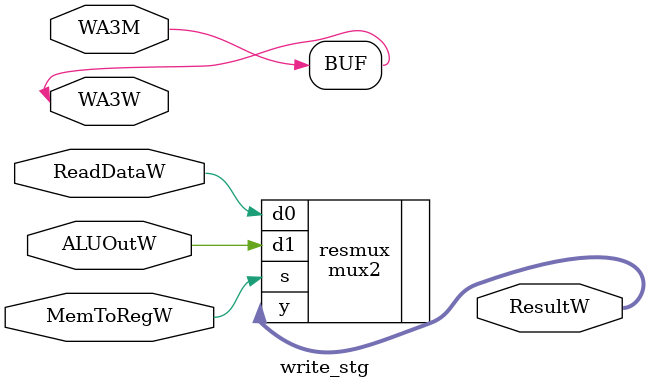
<source format=v>
`timescale 1ns / 1ps

module write_stg(
    MemToRegW,
    ALUOutW, 
    ReadDataW,
    WA3M,
    WA3W,
    ResultW
    );
    
input wire MemToRegW;
input wire ReadDataW;
input wire ALUOutW;
input wire WA3M;
input wire WA3W;
output wire [31:0] ResultW;

mux2 #(32) resmux(
    .d0(ReadDataW),
    .d1(ALUOutW),
    .s(MemToRegW),
    .y(ResultW)
);

assign WA3W = WA3M;

endmodule

</source>
